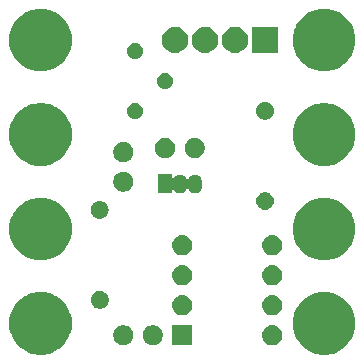
<source format=gts>
G04 #@! TF.GenerationSoftware,KiCad,Pcbnew,(5.1.4)-1*
G04 #@! TF.CreationDate,2019-11-21T21:08:13-06:00*
G04 #@! TF.ProjectId,SensorBoard,53656e73-6f72-4426-9f61-72642e6b6963,rev?*
G04 #@! TF.SameCoordinates,Original*
G04 #@! TF.FileFunction,Soldermask,Top*
G04 #@! TF.FilePolarity,Negative*
%FSLAX46Y46*%
G04 Gerber Fmt 4.6, Leading zero omitted, Abs format (unit mm)*
G04 Created by KiCad (PCBNEW (5.1.4)-1) date 2019-11-21 21:08:13*
%MOMM*%
%LPD*%
G04 APERTURE LIST*
%ADD10C,0.100000*%
G04 APERTURE END LIST*
D10*
G36*
X16773268Y-21450876D02*
G01*
X16943202Y-21521265D01*
X17255718Y-21650713D01*
X17284547Y-21669976D01*
X17689914Y-21940834D01*
X18059166Y-22310086D01*
X18159335Y-22460000D01*
X18349287Y-22744282D01*
X18428316Y-22935076D01*
X18526041Y-23171004D01*
X18549124Y-23226733D01*
X18651000Y-23738898D01*
X18651000Y-24261102D01*
X18635508Y-24338985D01*
X18549124Y-24773268D01*
X18524309Y-24833177D01*
X18349287Y-25255718D01*
X18349286Y-25255719D01*
X18059166Y-25689914D01*
X17689914Y-26059166D01*
X17471341Y-26205212D01*
X17255718Y-26349287D01*
X16973105Y-26466349D01*
X16773268Y-26549124D01*
X16517184Y-26600062D01*
X16261102Y-26651000D01*
X15738898Y-26651000D01*
X15482816Y-26600062D01*
X15226732Y-26549124D01*
X15026895Y-26466349D01*
X14744282Y-26349287D01*
X14528659Y-26205212D01*
X14310086Y-26059166D01*
X13940834Y-25689914D01*
X13650714Y-25255719D01*
X13650713Y-25255718D01*
X13475691Y-24833177D01*
X13450876Y-24773268D01*
X13364492Y-24338985D01*
X13349000Y-24261102D01*
X13349000Y-23738898D01*
X13450876Y-23226733D01*
X13473960Y-23171004D01*
X13571684Y-22935076D01*
X13650713Y-22744282D01*
X13840665Y-22460000D01*
X13940834Y-22310086D01*
X14310086Y-21940834D01*
X14715453Y-21669976D01*
X14744282Y-21650713D01*
X15056798Y-21521265D01*
X15226732Y-21450876D01*
X15738898Y-21349000D01*
X16261102Y-21349000D01*
X16773268Y-21450876D01*
X16773268Y-21450876D01*
G37*
G36*
X-7226732Y-21450876D02*
G01*
X-7056798Y-21521265D01*
X-6744282Y-21650713D01*
X-6715453Y-21669976D01*
X-6310086Y-21940834D01*
X-5940834Y-22310086D01*
X-5840665Y-22460000D01*
X-5650713Y-22744282D01*
X-5571684Y-22935076D01*
X-5473959Y-23171004D01*
X-5450876Y-23226733D01*
X-5349000Y-23738898D01*
X-5349000Y-24261102D01*
X-5364492Y-24338985D01*
X-5450876Y-24773268D01*
X-5475691Y-24833177D01*
X-5650713Y-25255718D01*
X-5650714Y-25255719D01*
X-5940834Y-25689914D01*
X-6310086Y-26059166D01*
X-6528659Y-26205212D01*
X-6744282Y-26349287D01*
X-7026895Y-26466349D01*
X-7226732Y-26549124D01*
X-7482816Y-26600062D01*
X-7738898Y-26651000D01*
X-8261102Y-26651000D01*
X-8517184Y-26600062D01*
X-8773268Y-26549124D01*
X-8973105Y-26466349D01*
X-9255718Y-26349287D01*
X-9471341Y-26205212D01*
X-9689914Y-26059166D01*
X-10059166Y-25689914D01*
X-10349286Y-25255719D01*
X-10349287Y-25255718D01*
X-10524309Y-24833177D01*
X-10549124Y-24773268D01*
X-10635508Y-24338985D01*
X-10651000Y-24261102D01*
X-10651000Y-23738898D01*
X-10549124Y-23226733D01*
X-10526040Y-23171004D01*
X-10428316Y-22935076D01*
X-10349287Y-22744282D01*
X-10159335Y-22460000D01*
X-10059166Y-22310086D01*
X-9689914Y-21940834D01*
X-9284547Y-21669976D01*
X-9255718Y-21650713D01*
X-8943202Y-21521265D01*
X-8773268Y-21450876D01*
X-8261102Y-21349000D01*
X-7738898Y-21349000D01*
X-7226732Y-21450876D01*
X-7226732Y-21450876D01*
G37*
G36*
X11786823Y-24161313D02*
G01*
X11947242Y-24209976D01*
X12014361Y-24245852D01*
X12095078Y-24288996D01*
X12224659Y-24395341D01*
X12331004Y-24524922D01*
X12331005Y-24524924D01*
X12410024Y-24672758D01*
X12458687Y-24833177D01*
X12475117Y-25000000D01*
X12458687Y-25166823D01*
X12410024Y-25327242D01*
X12369477Y-25403100D01*
X12331004Y-25475078D01*
X12224659Y-25604659D01*
X12095078Y-25711004D01*
X12095076Y-25711005D01*
X11947242Y-25790024D01*
X11786823Y-25838687D01*
X11661804Y-25851000D01*
X11578196Y-25851000D01*
X11453177Y-25838687D01*
X11292758Y-25790024D01*
X11144924Y-25711005D01*
X11144922Y-25711004D01*
X11015341Y-25604659D01*
X10908996Y-25475078D01*
X10870523Y-25403100D01*
X10829976Y-25327242D01*
X10781313Y-25166823D01*
X10764883Y-25000000D01*
X10781313Y-24833177D01*
X10829976Y-24672758D01*
X10908995Y-24524924D01*
X10908996Y-24524922D01*
X11015341Y-24395341D01*
X11144922Y-24288996D01*
X11225639Y-24245852D01*
X11292758Y-24209976D01*
X11453177Y-24161313D01*
X11578196Y-24149000D01*
X11661804Y-24149000D01*
X11786823Y-24161313D01*
X11786823Y-24161313D01*
G37*
G36*
X4851000Y-25851000D02*
G01*
X3149000Y-25851000D01*
X3149000Y-24149000D01*
X4851000Y-24149000D01*
X4851000Y-25851000D01*
X4851000Y-25851000D01*
G37*
G36*
X1748228Y-24181703D02*
G01*
X1903100Y-24245853D01*
X2042481Y-24338985D01*
X2161015Y-24457519D01*
X2254147Y-24596900D01*
X2318297Y-24751772D01*
X2351000Y-24916184D01*
X2351000Y-25083816D01*
X2318297Y-25248228D01*
X2254147Y-25403100D01*
X2161015Y-25542481D01*
X2042481Y-25661015D01*
X1903100Y-25754147D01*
X1748228Y-25818297D01*
X1583816Y-25851000D01*
X1416184Y-25851000D01*
X1251772Y-25818297D01*
X1096900Y-25754147D01*
X957519Y-25661015D01*
X838985Y-25542481D01*
X745853Y-25403100D01*
X681703Y-25248228D01*
X649000Y-25083816D01*
X649000Y-24916184D01*
X681703Y-24751772D01*
X745853Y-24596900D01*
X838985Y-24457519D01*
X957519Y-24338985D01*
X1096900Y-24245853D01*
X1251772Y-24181703D01*
X1416184Y-24149000D01*
X1583816Y-24149000D01*
X1748228Y-24181703D01*
X1748228Y-24181703D01*
G37*
G36*
X-751772Y-24181703D02*
G01*
X-596900Y-24245853D01*
X-457519Y-24338985D01*
X-338985Y-24457519D01*
X-245853Y-24596900D01*
X-181703Y-24751772D01*
X-149000Y-24916184D01*
X-149000Y-25083816D01*
X-181703Y-25248228D01*
X-245853Y-25403100D01*
X-338985Y-25542481D01*
X-457519Y-25661015D01*
X-596900Y-25754147D01*
X-751772Y-25818297D01*
X-916184Y-25851000D01*
X-1083816Y-25851000D01*
X-1248228Y-25818297D01*
X-1403100Y-25754147D01*
X-1542481Y-25661015D01*
X-1661015Y-25542481D01*
X-1754147Y-25403100D01*
X-1818297Y-25248228D01*
X-1851000Y-25083816D01*
X-1851000Y-24916184D01*
X-1818297Y-24751772D01*
X-1754147Y-24596900D01*
X-1661015Y-24457519D01*
X-1542481Y-24338985D01*
X-1403100Y-24245853D01*
X-1248228Y-24181703D01*
X-1083816Y-24149000D01*
X-916184Y-24149000D01*
X-751772Y-24181703D01*
X-751772Y-24181703D01*
G37*
G36*
X11786823Y-21621313D02*
G01*
X11947242Y-21669976D01*
X12079906Y-21740886D01*
X12095078Y-21748996D01*
X12224659Y-21855341D01*
X12331004Y-21984922D01*
X12331005Y-21984924D01*
X12410024Y-22132758D01*
X12458687Y-22293177D01*
X12475117Y-22460000D01*
X12458687Y-22626823D01*
X12410024Y-22787242D01*
X12339114Y-22919906D01*
X12331004Y-22935078D01*
X12224659Y-23064659D01*
X12095078Y-23171004D01*
X12095076Y-23171005D01*
X11947242Y-23250024D01*
X11786823Y-23298687D01*
X11661804Y-23311000D01*
X11578196Y-23311000D01*
X11453177Y-23298687D01*
X11292758Y-23250024D01*
X11144924Y-23171005D01*
X11144922Y-23171004D01*
X11015341Y-23064659D01*
X10908996Y-22935078D01*
X10900886Y-22919906D01*
X10829976Y-22787242D01*
X10781313Y-22626823D01*
X10764883Y-22460000D01*
X10781313Y-22293177D01*
X10829976Y-22132758D01*
X10908995Y-21984924D01*
X10908996Y-21984922D01*
X11015341Y-21855341D01*
X11144922Y-21748996D01*
X11160094Y-21740886D01*
X11292758Y-21669976D01*
X11453177Y-21621313D01*
X11578196Y-21609000D01*
X11661804Y-21609000D01*
X11786823Y-21621313D01*
X11786823Y-21621313D01*
G37*
G36*
X4166823Y-21621313D02*
G01*
X4327242Y-21669976D01*
X4459906Y-21740886D01*
X4475078Y-21748996D01*
X4604659Y-21855341D01*
X4711004Y-21984922D01*
X4711005Y-21984924D01*
X4790024Y-22132758D01*
X4838687Y-22293177D01*
X4855117Y-22460000D01*
X4838687Y-22626823D01*
X4790024Y-22787242D01*
X4719114Y-22919906D01*
X4711004Y-22935078D01*
X4604659Y-23064659D01*
X4475078Y-23171004D01*
X4475076Y-23171005D01*
X4327242Y-23250024D01*
X4166823Y-23298687D01*
X4041804Y-23311000D01*
X3958196Y-23311000D01*
X3833177Y-23298687D01*
X3672758Y-23250024D01*
X3524924Y-23171005D01*
X3524922Y-23171004D01*
X3395341Y-23064659D01*
X3288996Y-22935078D01*
X3280886Y-22919906D01*
X3209976Y-22787242D01*
X3161313Y-22626823D01*
X3144883Y-22460000D01*
X3161313Y-22293177D01*
X3209976Y-22132758D01*
X3288995Y-21984924D01*
X3288996Y-21984922D01*
X3395341Y-21855341D01*
X3524922Y-21748996D01*
X3540094Y-21740886D01*
X3672758Y-21669976D01*
X3833177Y-21621313D01*
X3958196Y-21609000D01*
X4041804Y-21609000D01*
X4166823Y-21621313D01*
X4166823Y-21621313D01*
G37*
G36*
X-2780941Y-21277860D02*
G01*
X-2644268Y-21334472D01*
X-2521265Y-21416660D01*
X-2416660Y-21521265D01*
X-2334472Y-21644268D01*
X-2334471Y-21644270D01*
X-2277860Y-21780941D01*
X-2249000Y-21926032D01*
X-2249000Y-22073968D01*
X-2277860Y-22219059D01*
X-2315565Y-22310088D01*
X-2334472Y-22355732D01*
X-2416660Y-22478735D01*
X-2521265Y-22583340D01*
X-2644268Y-22665528D01*
X-2644269Y-22665529D01*
X-2644270Y-22665529D01*
X-2780941Y-22722140D01*
X-2926032Y-22751000D01*
X-3073968Y-22751000D01*
X-3219059Y-22722140D01*
X-3355730Y-22665529D01*
X-3355731Y-22665529D01*
X-3355732Y-22665528D01*
X-3478735Y-22583340D01*
X-3583340Y-22478735D01*
X-3665528Y-22355732D01*
X-3684434Y-22310088D01*
X-3722140Y-22219059D01*
X-3751000Y-22073968D01*
X-3751000Y-21926032D01*
X-3722140Y-21780941D01*
X-3665529Y-21644270D01*
X-3665528Y-21644268D01*
X-3583340Y-21521265D01*
X-3478735Y-21416660D01*
X-3355732Y-21334472D01*
X-3219059Y-21277860D01*
X-3073968Y-21249000D01*
X-2926032Y-21249000D01*
X-2780941Y-21277860D01*
X-2780941Y-21277860D01*
G37*
G36*
X4166823Y-19081313D02*
G01*
X4327242Y-19129976D01*
X4459906Y-19200886D01*
X4475078Y-19208996D01*
X4604659Y-19315341D01*
X4711004Y-19444922D01*
X4711005Y-19444924D01*
X4790024Y-19592758D01*
X4838687Y-19753177D01*
X4855117Y-19920000D01*
X4838687Y-20086823D01*
X4790024Y-20247242D01*
X4719114Y-20379906D01*
X4711004Y-20395078D01*
X4604659Y-20524659D01*
X4475078Y-20631004D01*
X4475076Y-20631005D01*
X4327242Y-20710024D01*
X4166823Y-20758687D01*
X4041804Y-20771000D01*
X3958196Y-20771000D01*
X3833177Y-20758687D01*
X3672758Y-20710024D01*
X3524924Y-20631005D01*
X3524922Y-20631004D01*
X3395341Y-20524659D01*
X3288996Y-20395078D01*
X3280886Y-20379906D01*
X3209976Y-20247242D01*
X3161313Y-20086823D01*
X3144883Y-19920000D01*
X3161313Y-19753177D01*
X3209976Y-19592758D01*
X3288995Y-19444924D01*
X3288996Y-19444922D01*
X3395341Y-19315341D01*
X3524922Y-19208996D01*
X3540094Y-19200886D01*
X3672758Y-19129976D01*
X3833177Y-19081313D01*
X3958196Y-19069000D01*
X4041804Y-19069000D01*
X4166823Y-19081313D01*
X4166823Y-19081313D01*
G37*
G36*
X11786823Y-19081313D02*
G01*
X11947242Y-19129976D01*
X12079906Y-19200886D01*
X12095078Y-19208996D01*
X12224659Y-19315341D01*
X12331004Y-19444922D01*
X12331005Y-19444924D01*
X12410024Y-19592758D01*
X12458687Y-19753177D01*
X12475117Y-19920000D01*
X12458687Y-20086823D01*
X12410024Y-20247242D01*
X12339114Y-20379906D01*
X12331004Y-20395078D01*
X12224659Y-20524659D01*
X12095078Y-20631004D01*
X12095076Y-20631005D01*
X11947242Y-20710024D01*
X11786823Y-20758687D01*
X11661804Y-20771000D01*
X11578196Y-20771000D01*
X11453177Y-20758687D01*
X11292758Y-20710024D01*
X11144924Y-20631005D01*
X11144922Y-20631004D01*
X11015341Y-20524659D01*
X10908996Y-20395078D01*
X10900886Y-20379906D01*
X10829976Y-20247242D01*
X10781313Y-20086823D01*
X10764883Y-19920000D01*
X10781313Y-19753177D01*
X10829976Y-19592758D01*
X10908995Y-19444924D01*
X10908996Y-19444922D01*
X11015341Y-19315341D01*
X11144922Y-19208996D01*
X11160094Y-19200886D01*
X11292758Y-19129976D01*
X11453177Y-19081313D01*
X11578196Y-19069000D01*
X11661804Y-19069000D01*
X11786823Y-19081313D01*
X11786823Y-19081313D01*
G37*
G36*
X-7226732Y-13450876D02*
G01*
X-7026895Y-13533651D01*
X-6744282Y-13650713D01*
X-6528659Y-13794788D01*
X-6310086Y-13940834D01*
X-5940834Y-14310086D01*
X-5907394Y-14360133D01*
X-5650713Y-14744282D01*
X-5627945Y-14799250D01*
X-5512818Y-15077190D01*
X-5450876Y-15226733D01*
X-5349000Y-15738898D01*
X-5349000Y-16261102D01*
X-5450876Y-16773267D01*
X-5650713Y-17255718D01*
X-5650714Y-17255719D01*
X-5940834Y-17689914D01*
X-6310086Y-18059166D01*
X-6475997Y-18170024D01*
X-6744282Y-18349287D01*
X-7026895Y-18466349D01*
X-7226732Y-18549124D01*
X-7738898Y-18651000D01*
X-8261102Y-18651000D01*
X-8773268Y-18549124D01*
X-8973105Y-18466349D01*
X-9255718Y-18349287D01*
X-9524003Y-18170024D01*
X-9689914Y-18059166D01*
X-10059166Y-17689914D01*
X-10349286Y-17255719D01*
X-10349287Y-17255718D01*
X-10549124Y-16773267D01*
X-10651000Y-16261102D01*
X-10651000Y-15738898D01*
X-10549124Y-15226733D01*
X-10487181Y-15077190D01*
X-10372055Y-14799250D01*
X-10349287Y-14744282D01*
X-10092606Y-14360133D01*
X-10059166Y-14310086D01*
X-9689914Y-13940834D01*
X-9471341Y-13794788D01*
X-9255718Y-13650713D01*
X-8973105Y-13533651D01*
X-8773268Y-13450876D01*
X-8261102Y-13349000D01*
X-7738898Y-13349000D01*
X-7226732Y-13450876D01*
X-7226732Y-13450876D01*
G37*
G36*
X16773268Y-13450876D02*
G01*
X16973105Y-13533651D01*
X17255718Y-13650713D01*
X17471341Y-13794788D01*
X17689914Y-13940834D01*
X18059166Y-14310086D01*
X18092606Y-14360133D01*
X18349287Y-14744282D01*
X18372055Y-14799250D01*
X18487182Y-15077190D01*
X18549124Y-15226733D01*
X18651000Y-15738898D01*
X18651000Y-16261102D01*
X18549124Y-16773267D01*
X18349287Y-17255718D01*
X18349286Y-17255719D01*
X18059166Y-17689914D01*
X17689914Y-18059166D01*
X17524003Y-18170024D01*
X17255718Y-18349287D01*
X16973105Y-18466349D01*
X16773268Y-18549124D01*
X16261102Y-18651000D01*
X15738898Y-18651000D01*
X15226732Y-18549124D01*
X15026895Y-18466349D01*
X14744282Y-18349287D01*
X14475997Y-18170024D01*
X14310086Y-18059166D01*
X13940834Y-17689914D01*
X13650714Y-17255719D01*
X13650713Y-17255718D01*
X13450876Y-16773267D01*
X13349000Y-16261102D01*
X13349000Y-15738898D01*
X13450876Y-15226733D01*
X13512819Y-15077190D01*
X13627945Y-14799250D01*
X13650713Y-14744282D01*
X13907394Y-14360133D01*
X13940834Y-14310086D01*
X14310086Y-13940834D01*
X14528659Y-13794788D01*
X14744282Y-13650713D01*
X15026895Y-13533651D01*
X15226732Y-13450876D01*
X15738898Y-13349000D01*
X16261102Y-13349000D01*
X16773268Y-13450876D01*
X16773268Y-13450876D01*
G37*
G36*
X11786823Y-16541313D02*
G01*
X11947242Y-16589976D01*
X12079906Y-16660886D01*
X12095078Y-16668996D01*
X12224659Y-16775341D01*
X12331004Y-16904922D01*
X12331005Y-16904924D01*
X12410024Y-17052758D01*
X12458687Y-17213177D01*
X12475117Y-17380000D01*
X12458687Y-17546823D01*
X12410024Y-17707242D01*
X12339114Y-17839906D01*
X12331004Y-17855078D01*
X12224659Y-17984659D01*
X12095078Y-18091004D01*
X12095076Y-18091005D01*
X11947242Y-18170024D01*
X11786823Y-18218687D01*
X11661804Y-18231000D01*
X11578196Y-18231000D01*
X11453177Y-18218687D01*
X11292758Y-18170024D01*
X11144924Y-18091005D01*
X11144922Y-18091004D01*
X11015341Y-17984659D01*
X10908996Y-17855078D01*
X10900886Y-17839906D01*
X10829976Y-17707242D01*
X10781313Y-17546823D01*
X10764883Y-17380000D01*
X10781313Y-17213177D01*
X10829976Y-17052758D01*
X10908995Y-16904924D01*
X10908996Y-16904922D01*
X11015341Y-16775341D01*
X11144922Y-16668996D01*
X11160094Y-16660886D01*
X11292758Y-16589976D01*
X11453177Y-16541313D01*
X11578196Y-16529000D01*
X11661804Y-16529000D01*
X11786823Y-16541313D01*
X11786823Y-16541313D01*
G37*
G36*
X4166823Y-16541313D02*
G01*
X4327242Y-16589976D01*
X4459906Y-16660886D01*
X4475078Y-16668996D01*
X4604659Y-16775341D01*
X4711004Y-16904922D01*
X4711005Y-16904924D01*
X4790024Y-17052758D01*
X4838687Y-17213177D01*
X4855117Y-17380000D01*
X4838687Y-17546823D01*
X4790024Y-17707242D01*
X4719114Y-17839906D01*
X4711004Y-17855078D01*
X4604659Y-17984659D01*
X4475078Y-18091004D01*
X4475076Y-18091005D01*
X4327242Y-18170024D01*
X4166823Y-18218687D01*
X4041804Y-18231000D01*
X3958196Y-18231000D01*
X3833177Y-18218687D01*
X3672758Y-18170024D01*
X3524924Y-18091005D01*
X3524922Y-18091004D01*
X3395341Y-17984659D01*
X3288996Y-17855078D01*
X3280886Y-17839906D01*
X3209976Y-17707242D01*
X3161313Y-17546823D01*
X3144883Y-17380000D01*
X3161313Y-17213177D01*
X3209976Y-17052758D01*
X3288995Y-16904924D01*
X3288996Y-16904922D01*
X3395341Y-16775341D01*
X3524922Y-16668996D01*
X3540094Y-16660886D01*
X3672758Y-16589976D01*
X3833177Y-16541313D01*
X3958196Y-16529000D01*
X4041804Y-16529000D01*
X4166823Y-16541313D01*
X4166823Y-16541313D01*
G37*
G36*
X-2926335Y-13632622D02*
G01*
X-2852778Y-13639867D01*
X-2711214Y-13682810D01*
X-2580748Y-13752546D01*
X-2550960Y-13776992D01*
X-2466393Y-13846393D01*
X-2396992Y-13930960D01*
X-2372546Y-13960748D01*
X-2302810Y-14091214D01*
X-2259867Y-14232778D01*
X-2245367Y-14380000D01*
X-2259867Y-14527222D01*
X-2302810Y-14668786D01*
X-2372546Y-14799252D01*
X-2396992Y-14829040D01*
X-2466393Y-14913607D01*
X-2550960Y-14983008D01*
X-2580748Y-15007454D01*
X-2711214Y-15077190D01*
X-2852778Y-15120133D01*
X-2926335Y-15127378D01*
X-2963112Y-15131000D01*
X-3036888Y-15131000D01*
X-3073665Y-15127378D01*
X-3147222Y-15120133D01*
X-3288786Y-15077190D01*
X-3419252Y-15007454D01*
X-3449040Y-14983008D01*
X-3533607Y-14913607D01*
X-3603008Y-14829040D01*
X-3627454Y-14799252D01*
X-3697190Y-14668786D01*
X-3740133Y-14527222D01*
X-3754633Y-14380000D01*
X-3740133Y-14232778D01*
X-3697190Y-14091214D01*
X-3627454Y-13960748D01*
X-3603008Y-13930960D01*
X-3533607Y-13846393D01*
X-3449040Y-13776992D01*
X-3419252Y-13752546D01*
X-3288786Y-13682810D01*
X-3147222Y-13639867D01*
X-3073665Y-13632622D01*
X-3036888Y-13629000D01*
X-2963112Y-13629000D01*
X-2926335Y-13632622D01*
X-2926335Y-13632622D01*
G37*
G36*
X11073665Y-12872622D02*
G01*
X11147222Y-12879867D01*
X11288786Y-12922810D01*
X11419252Y-12992546D01*
X11449040Y-13016992D01*
X11533607Y-13086393D01*
X11603008Y-13170960D01*
X11627454Y-13200748D01*
X11697190Y-13331214D01*
X11740133Y-13472778D01*
X11754633Y-13620000D01*
X11740133Y-13767222D01*
X11697190Y-13908786D01*
X11627454Y-14039252D01*
X11603008Y-14069040D01*
X11533607Y-14153607D01*
X11449040Y-14223008D01*
X11419252Y-14247454D01*
X11288786Y-14317190D01*
X11147222Y-14360133D01*
X11073665Y-14367378D01*
X11036888Y-14371000D01*
X10963112Y-14371000D01*
X10926335Y-14367378D01*
X10852778Y-14360133D01*
X10711214Y-14317190D01*
X10580748Y-14247454D01*
X10550960Y-14223008D01*
X10466393Y-14153607D01*
X10396992Y-14069040D01*
X10372546Y-14039252D01*
X10302810Y-13908786D01*
X10259867Y-13767222D01*
X10245367Y-13620000D01*
X10259867Y-13472778D01*
X10302810Y-13331214D01*
X10372546Y-13200748D01*
X10396992Y-13170960D01*
X10466393Y-13086393D01*
X10550960Y-13016992D01*
X10580748Y-12992546D01*
X10711214Y-12922810D01*
X10852778Y-12879867D01*
X10926335Y-12872622D01*
X10963112Y-12869000D01*
X11036888Y-12869000D01*
X11073665Y-12872622D01*
X11073665Y-12872622D01*
G37*
G36*
X5192915Y-11399334D02*
G01*
X5301491Y-11432271D01*
X5301494Y-11432272D01*
X5337600Y-11451571D01*
X5401556Y-11485756D01*
X5489264Y-11557736D01*
X5561244Y-11645443D01*
X5595429Y-11709399D01*
X5614728Y-11745505D01*
X5614729Y-11745508D01*
X5647666Y-11854084D01*
X5656000Y-11938702D01*
X5656000Y-12445297D01*
X5647666Y-12529916D01*
X5615252Y-12636767D01*
X5614728Y-12638495D01*
X5595429Y-12674601D01*
X5561244Y-12738557D01*
X5489264Y-12826264D01*
X5401557Y-12898244D01*
X5337601Y-12932429D01*
X5301495Y-12951728D01*
X5301492Y-12951729D01*
X5192916Y-12984666D01*
X5080000Y-12995787D01*
X4967085Y-12984666D01*
X4858509Y-12951729D01*
X4858506Y-12951728D01*
X4822400Y-12932429D01*
X4758444Y-12898244D01*
X4670737Y-12826264D01*
X4598757Y-12738557D01*
X4555239Y-12657141D01*
X4541625Y-12636766D01*
X4524298Y-12619439D01*
X4503924Y-12605826D01*
X4481285Y-12596448D01*
X4457252Y-12591668D01*
X4432748Y-12591668D01*
X4408715Y-12596448D01*
X4386076Y-12605826D01*
X4365701Y-12619440D01*
X4348374Y-12636767D01*
X4334761Y-12657141D01*
X4291244Y-12738557D01*
X4219264Y-12826264D01*
X4131557Y-12898244D01*
X4067601Y-12932429D01*
X4031495Y-12951728D01*
X4031492Y-12951729D01*
X3922916Y-12984666D01*
X3810000Y-12995787D01*
X3697085Y-12984666D01*
X3588509Y-12951729D01*
X3588506Y-12951728D01*
X3552400Y-12932429D01*
X3488444Y-12898244D01*
X3400737Y-12826264D01*
X3337622Y-12749359D01*
X3320297Y-12732034D01*
X3299923Y-12718420D01*
X3277284Y-12709043D01*
X3253250Y-12704263D01*
X3228746Y-12704263D01*
X3204713Y-12709044D01*
X3182074Y-12718421D01*
X3161700Y-12732035D01*
X3144373Y-12749362D01*
X3130759Y-12769736D01*
X3121382Y-12792375D01*
X3116000Y-12828660D01*
X3116000Y-12993000D01*
X1964000Y-12993000D01*
X1964000Y-11391000D01*
X3116000Y-11391000D01*
X3116000Y-11555341D01*
X3118402Y-11579727D01*
X3125515Y-11603176D01*
X3137066Y-11624787D01*
X3152611Y-11643729D01*
X3171553Y-11659274D01*
X3193164Y-11670825D01*
X3216613Y-11677938D01*
X3240999Y-11680340D01*
X3265385Y-11677938D01*
X3288834Y-11670825D01*
X3310445Y-11659274D01*
X3329387Y-11643729D01*
X3337608Y-11634657D01*
X3400736Y-11557736D01*
X3488443Y-11485756D01*
X3552399Y-11451571D01*
X3588505Y-11432272D01*
X3588508Y-11432271D01*
X3697084Y-11399334D01*
X3810000Y-11388213D01*
X3922915Y-11399334D01*
X4031491Y-11432271D01*
X4031494Y-11432272D01*
X4067600Y-11451571D01*
X4131556Y-11485756D01*
X4219264Y-11557736D01*
X4291244Y-11645443D01*
X4334761Y-11726859D01*
X4348375Y-11747234D01*
X4365702Y-11764561D01*
X4386076Y-11778174D01*
X4408715Y-11787552D01*
X4432748Y-11792332D01*
X4457252Y-11792332D01*
X4481285Y-11787552D01*
X4503924Y-11778174D01*
X4524299Y-11764560D01*
X4541626Y-11747233D01*
X4555239Y-11726860D01*
X4598756Y-11645444D01*
X4670736Y-11557736D01*
X4758443Y-11485756D01*
X4822399Y-11451571D01*
X4858505Y-11432272D01*
X4858508Y-11432271D01*
X4967084Y-11399334D01*
X5080000Y-11388213D01*
X5192915Y-11399334D01*
X5192915Y-11399334D01*
G37*
G36*
X-751772Y-11181703D02*
G01*
X-596900Y-11245853D01*
X-457519Y-11338985D01*
X-338985Y-11457519D01*
X-245853Y-11596900D01*
X-181703Y-11751772D01*
X-149000Y-11916184D01*
X-149000Y-12083816D01*
X-181703Y-12248228D01*
X-245853Y-12403100D01*
X-338985Y-12542481D01*
X-457519Y-12661015D01*
X-596900Y-12754147D01*
X-751772Y-12818297D01*
X-916184Y-12851000D01*
X-1083816Y-12851000D01*
X-1248228Y-12818297D01*
X-1403100Y-12754147D01*
X-1542481Y-12661015D01*
X-1661015Y-12542481D01*
X-1754147Y-12403100D01*
X-1818297Y-12248228D01*
X-1851000Y-12083816D01*
X-1851000Y-11916184D01*
X-1818297Y-11751772D01*
X-1754147Y-11596900D01*
X-1661015Y-11457519D01*
X-1542481Y-11338985D01*
X-1403100Y-11245853D01*
X-1248228Y-11181703D01*
X-1083816Y-11149000D01*
X-916184Y-11149000D01*
X-751772Y-11181703D01*
X-751772Y-11181703D01*
G37*
G36*
X16499926Y-5396505D02*
G01*
X16773268Y-5450876D01*
X16943202Y-5521265D01*
X17255718Y-5650713D01*
X17295698Y-5677427D01*
X17689914Y-5940834D01*
X18059166Y-6310086D01*
X18171852Y-6478733D01*
X18349287Y-6744282D01*
X18466349Y-7026895D01*
X18549124Y-7226732D01*
X18651000Y-7738899D01*
X18651000Y-8261101D01*
X18549124Y-8773268D01*
X18498381Y-8895772D01*
X18349287Y-9255718D01*
X18349286Y-9255719D01*
X18059166Y-9689914D01*
X17689914Y-10059166D01*
X17537486Y-10161015D01*
X17255718Y-10349287D01*
X16973105Y-10466349D01*
X16773268Y-10549124D01*
X16261102Y-10651000D01*
X15738898Y-10651000D01*
X15226732Y-10549124D01*
X15026895Y-10466349D01*
X14744282Y-10349287D01*
X14462514Y-10161015D01*
X14310086Y-10059166D01*
X13940834Y-9689914D01*
X13650714Y-9255719D01*
X13650713Y-9255718D01*
X13501619Y-8895772D01*
X13450876Y-8773268D01*
X13349000Y-8261101D01*
X13349000Y-7738899D01*
X13450876Y-7226732D01*
X13533651Y-7026895D01*
X13650713Y-6744282D01*
X13828148Y-6478733D01*
X13940834Y-6310086D01*
X14310086Y-5940834D01*
X14704302Y-5677427D01*
X14744282Y-5650713D01*
X15056798Y-5521265D01*
X15226732Y-5450876D01*
X15500074Y-5396505D01*
X15738898Y-5349000D01*
X16261102Y-5349000D01*
X16499926Y-5396505D01*
X16499926Y-5396505D01*
G37*
G36*
X-7500074Y-5396505D02*
G01*
X-7226732Y-5450876D01*
X-7056798Y-5521265D01*
X-6744282Y-5650713D01*
X-6704302Y-5677427D01*
X-6310086Y-5940834D01*
X-5940834Y-6310086D01*
X-5828148Y-6478733D01*
X-5650713Y-6744282D01*
X-5533651Y-7026895D01*
X-5450876Y-7226732D01*
X-5349000Y-7738899D01*
X-5349000Y-8261101D01*
X-5450876Y-8773268D01*
X-5501619Y-8895772D01*
X-5650713Y-9255718D01*
X-5650714Y-9255719D01*
X-5940834Y-9689914D01*
X-6310086Y-10059166D01*
X-6462514Y-10161015D01*
X-6744282Y-10349287D01*
X-7026895Y-10466349D01*
X-7226732Y-10549124D01*
X-7738898Y-10651000D01*
X-8261102Y-10651000D01*
X-8773268Y-10549124D01*
X-8973105Y-10466349D01*
X-9255718Y-10349287D01*
X-9537486Y-10161015D01*
X-9689914Y-10059166D01*
X-10059166Y-9689914D01*
X-10349286Y-9255719D01*
X-10349287Y-9255718D01*
X-10498381Y-8895772D01*
X-10549124Y-8773268D01*
X-10651000Y-8261101D01*
X-10651000Y-7738899D01*
X-10549124Y-7226732D01*
X-10466349Y-7026895D01*
X-10349287Y-6744282D01*
X-10171852Y-6478733D01*
X-10059166Y-6310086D01*
X-9689914Y-5940834D01*
X-9295698Y-5677427D01*
X-9255718Y-5650713D01*
X-8943202Y-5521265D01*
X-8773268Y-5450876D01*
X-8499926Y-5396505D01*
X-8261102Y-5349000D01*
X-7738898Y-5349000D01*
X-7500074Y-5396505D01*
X-7500074Y-5396505D01*
G37*
G36*
X-751772Y-8681703D02*
G01*
X-596900Y-8745853D01*
X-457519Y-8838985D01*
X-338985Y-8957519D01*
X-245853Y-9096900D01*
X-181703Y-9251772D01*
X-149000Y-9416184D01*
X-149000Y-9583816D01*
X-181703Y-9748228D01*
X-245853Y-9903100D01*
X-338985Y-10042481D01*
X-457519Y-10161015D01*
X-596900Y-10254147D01*
X-751772Y-10318297D01*
X-916184Y-10351000D01*
X-1083816Y-10351000D01*
X-1248228Y-10318297D01*
X-1403100Y-10254147D01*
X-1542481Y-10161015D01*
X-1661015Y-10042481D01*
X-1754147Y-9903100D01*
X-1818297Y-9748228D01*
X-1851000Y-9583816D01*
X-1851000Y-9416184D01*
X-1818297Y-9251772D01*
X-1754147Y-9096900D01*
X-1661015Y-8957519D01*
X-1542481Y-8838985D01*
X-1403100Y-8745853D01*
X-1248228Y-8681703D01*
X-1083816Y-8649000D01*
X-916184Y-8649000D01*
X-751772Y-8681703D01*
X-751772Y-8681703D01*
G37*
G36*
X2788228Y-8325703D02*
G01*
X2943100Y-8389853D01*
X3082481Y-8482985D01*
X3201015Y-8601519D01*
X3294147Y-8740900D01*
X3358297Y-8895772D01*
X3391000Y-9060184D01*
X3391000Y-9227816D01*
X3358297Y-9392228D01*
X3294147Y-9547100D01*
X3201015Y-9686481D01*
X3082481Y-9805015D01*
X2943100Y-9898147D01*
X2788228Y-9962297D01*
X2623816Y-9995000D01*
X2456184Y-9995000D01*
X2291772Y-9962297D01*
X2136900Y-9898147D01*
X1997519Y-9805015D01*
X1878985Y-9686481D01*
X1785853Y-9547100D01*
X1721703Y-9392228D01*
X1689000Y-9227816D01*
X1689000Y-9060184D01*
X1721703Y-8895772D01*
X1785853Y-8740900D01*
X1878985Y-8601519D01*
X1997519Y-8482985D01*
X2136900Y-8389853D01*
X2291772Y-8325703D01*
X2456184Y-8293000D01*
X2623816Y-8293000D01*
X2788228Y-8325703D01*
X2788228Y-8325703D01*
G37*
G36*
X5288228Y-8325703D02*
G01*
X5443100Y-8389853D01*
X5582481Y-8482985D01*
X5701015Y-8601519D01*
X5794147Y-8740900D01*
X5858297Y-8895772D01*
X5891000Y-9060184D01*
X5891000Y-9227816D01*
X5858297Y-9392228D01*
X5794147Y-9547100D01*
X5701015Y-9686481D01*
X5582481Y-9805015D01*
X5443100Y-9898147D01*
X5288228Y-9962297D01*
X5123816Y-9995000D01*
X4956184Y-9995000D01*
X4791772Y-9962297D01*
X4636900Y-9898147D01*
X4497519Y-9805015D01*
X4378985Y-9686481D01*
X4285853Y-9547100D01*
X4221703Y-9392228D01*
X4189000Y-9227816D01*
X4189000Y-9060184D01*
X4221703Y-8895772D01*
X4285853Y-8740900D01*
X4378985Y-8601519D01*
X4497519Y-8482985D01*
X4636900Y-8389853D01*
X4791772Y-8325703D01*
X4956184Y-8293000D01*
X5123816Y-8293000D01*
X5288228Y-8325703D01*
X5288228Y-8325703D01*
G37*
G36*
X11219059Y-5277860D02*
G01*
X11318380Y-5319000D01*
X11355732Y-5334472D01*
X11478735Y-5416660D01*
X11583340Y-5521265D01*
X11583341Y-5521267D01*
X11665529Y-5644270D01*
X11722140Y-5780941D01*
X11751000Y-5926032D01*
X11751000Y-6073968D01*
X11722140Y-6219059D01*
X11684435Y-6310088D01*
X11665528Y-6355732D01*
X11583340Y-6478735D01*
X11478735Y-6583340D01*
X11355732Y-6665528D01*
X11355731Y-6665529D01*
X11355730Y-6665529D01*
X11219059Y-6722140D01*
X11073968Y-6751000D01*
X10926032Y-6751000D01*
X10780941Y-6722140D01*
X10644270Y-6665529D01*
X10644269Y-6665529D01*
X10644268Y-6665528D01*
X10521265Y-6583340D01*
X10416660Y-6478735D01*
X10334472Y-6355732D01*
X10315566Y-6310088D01*
X10277860Y-6219059D01*
X10249000Y-6073968D01*
X10249000Y-5926032D01*
X10277860Y-5780941D01*
X10334471Y-5644270D01*
X10416659Y-5521267D01*
X10416660Y-5521265D01*
X10521265Y-5416660D01*
X10644268Y-5334472D01*
X10681621Y-5319000D01*
X10780941Y-5277860D01*
X10926032Y-5249000D01*
X11073968Y-5249000D01*
X11219059Y-5277860D01*
X11219059Y-5277860D01*
G37*
G36*
X198639Y-5345170D02*
G01*
X322573Y-5396505D01*
X322574Y-5396506D01*
X434112Y-5471033D01*
X528967Y-5565888D01*
X528968Y-5565890D01*
X603495Y-5677427D01*
X654830Y-5801361D01*
X681000Y-5932926D01*
X681000Y-6067074D01*
X654830Y-6198639D01*
X603495Y-6322573D01*
X603494Y-6322574D01*
X528967Y-6434112D01*
X434112Y-6528967D01*
X377964Y-6566484D01*
X322573Y-6603495D01*
X198639Y-6654830D01*
X67074Y-6681000D01*
X-67074Y-6681000D01*
X-198639Y-6654830D01*
X-322573Y-6603495D01*
X-377964Y-6566484D01*
X-434112Y-6528967D01*
X-528967Y-6434112D01*
X-603494Y-6322574D01*
X-603495Y-6322573D01*
X-654830Y-6198639D01*
X-681000Y-6067074D01*
X-681000Y-5932926D01*
X-654830Y-5801361D01*
X-603495Y-5677427D01*
X-528968Y-5565890D01*
X-528967Y-5565888D01*
X-434112Y-5471033D01*
X-322574Y-5396506D01*
X-322573Y-5396505D01*
X-198639Y-5345170D01*
X-67074Y-5319000D01*
X67074Y-5319000D01*
X198639Y-5345170D01*
X198639Y-5345170D01*
G37*
G36*
X2738639Y-2805170D02*
G01*
X2862573Y-2856505D01*
X2862574Y-2856506D01*
X2974112Y-2931033D01*
X3068967Y-3025888D01*
X3068968Y-3025890D01*
X3143495Y-3137427D01*
X3194830Y-3261361D01*
X3221000Y-3392926D01*
X3221000Y-3527074D01*
X3194830Y-3658639D01*
X3143495Y-3782573D01*
X3143494Y-3782574D01*
X3068967Y-3894112D01*
X2974112Y-3988967D01*
X2917964Y-4026484D01*
X2862573Y-4063495D01*
X2738639Y-4114830D01*
X2607074Y-4141000D01*
X2472926Y-4141000D01*
X2341361Y-4114830D01*
X2217427Y-4063495D01*
X2162036Y-4026484D01*
X2105888Y-3988967D01*
X2011033Y-3894112D01*
X1936506Y-3782574D01*
X1936505Y-3782573D01*
X1885170Y-3658639D01*
X1859000Y-3527074D01*
X1859000Y-3392926D01*
X1885170Y-3261361D01*
X1936505Y-3137427D01*
X2011032Y-3025890D01*
X2011033Y-3025888D01*
X2105888Y-2931033D01*
X2217426Y-2856506D01*
X2217427Y-2856505D01*
X2341361Y-2805170D01*
X2472926Y-2779000D01*
X2607074Y-2779000D01*
X2738639Y-2805170D01*
X2738639Y-2805170D01*
G37*
G36*
X-7226732Y2549124D02*
G01*
X-7026895Y2466349D01*
X-6744282Y2349287D01*
X-6744281Y2349286D01*
X-6310086Y2059166D01*
X-5940834Y1689914D01*
X-5940833Y1689912D01*
X-5650713Y1255718D01*
X-5586627Y1101000D01*
X-5484815Y855205D01*
X-5450876Y773267D01*
X-5349000Y261102D01*
X-5349000Y-261102D01*
X-5360021Y-316506D01*
X-5450876Y-773268D01*
X-5533651Y-973105D01*
X-5650713Y-1255718D01*
X-5650714Y-1255719D01*
X-5940834Y-1689914D01*
X-6310086Y-2059166D01*
X-6528659Y-2205212D01*
X-6744282Y-2349287D01*
X-7026895Y-2466349D01*
X-7226732Y-2549124D01*
X-7738898Y-2651000D01*
X-8261102Y-2651000D01*
X-8773268Y-2549124D01*
X-8973105Y-2466349D01*
X-9255718Y-2349287D01*
X-9471341Y-2205212D01*
X-9689914Y-2059166D01*
X-10059166Y-1689914D01*
X-10349286Y-1255719D01*
X-10349287Y-1255718D01*
X-10466349Y-973105D01*
X-10549124Y-773268D01*
X-10639979Y-316506D01*
X-10651000Y-261102D01*
X-10651000Y261102D01*
X-10549124Y773267D01*
X-10515184Y855205D01*
X-10413373Y1101000D01*
X-10349287Y1255718D01*
X-10059167Y1689912D01*
X-10059166Y1689914D01*
X-9689914Y2059166D01*
X-9255719Y2349286D01*
X-9255718Y2349287D01*
X-8973105Y2466349D01*
X-8773268Y2549124D01*
X-8261102Y2651000D01*
X-7738898Y2651000D01*
X-7226732Y2549124D01*
X-7226732Y2549124D01*
G37*
G36*
X16773268Y2549124D02*
G01*
X16973105Y2466349D01*
X17255718Y2349287D01*
X17255719Y2349286D01*
X17689914Y2059166D01*
X18059166Y1689914D01*
X18059167Y1689912D01*
X18349287Y1255718D01*
X18413373Y1101000D01*
X18515185Y855205D01*
X18549124Y773267D01*
X18651000Y261102D01*
X18651000Y-261102D01*
X18639979Y-316506D01*
X18549124Y-773268D01*
X18466349Y-973105D01*
X18349287Y-1255718D01*
X18349286Y-1255719D01*
X18059166Y-1689914D01*
X17689914Y-2059166D01*
X17471341Y-2205212D01*
X17255718Y-2349287D01*
X16973105Y-2466349D01*
X16773268Y-2549124D01*
X16261102Y-2651000D01*
X15738898Y-2651000D01*
X15226732Y-2549124D01*
X15026895Y-2466349D01*
X14744282Y-2349287D01*
X14528659Y-2205212D01*
X14310086Y-2059166D01*
X13940834Y-1689914D01*
X13650714Y-1255719D01*
X13650713Y-1255718D01*
X13533651Y-973105D01*
X13450876Y-773268D01*
X13360021Y-316506D01*
X13349000Y-261102D01*
X13349000Y261102D01*
X13450876Y773267D01*
X13484816Y855205D01*
X13586627Y1101000D01*
X13650713Y1255718D01*
X13940833Y1689912D01*
X13940834Y1689914D01*
X14310086Y2059166D01*
X14744281Y2349286D01*
X14744282Y2349287D01*
X15026895Y2466349D01*
X15226732Y2549124D01*
X15738898Y2651000D01*
X16261102Y2651000D01*
X16773268Y2549124D01*
X16773268Y2549124D01*
G37*
G36*
X198639Y-265170D02*
G01*
X322573Y-316505D01*
X377964Y-353516D01*
X434112Y-391033D01*
X528967Y-485888D01*
X528968Y-485890D01*
X603495Y-597427D01*
X654830Y-721361D01*
X681000Y-852926D01*
X681000Y-987074D01*
X654830Y-1118639D01*
X603495Y-1242573D01*
X594711Y-1255719D01*
X528967Y-1354112D01*
X434112Y-1448967D01*
X377964Y-1486484D01*
X322573Y-1523495D01*
X198639Y-1574830D01*
X67074Y-1601000D01*
X-67074Y-1601000D01*
X-198639Y-1574830D01*
X-322573Y-1523495D01*
X-377964Y-1486484D01*
X-434112Y-1448967D01*
X-528967Y-1354112D01*
X-594711Y-1255719D01*
X-603495Y-1242573D01*
X-654830Y-1118639D01*
X-681000Y-987074D01*
X-681000Y-852926D01*
X-654830Y-721361D01*
X-603495Y-597427D01*
X-528968Y-485890D01*
X-528967Y-485888D01*
X-434112Y-391033D01*
X-377964Y-353516D01*
X-322573Y-316505D01*
X-198639Y-265170D01*
X-67074Y-239000D01*
X67074Y-239000D01*
X198639Y-265170D01*
X198639Y-265170D01*
G37*
G36*
X12101000Y-1101000D02*
G01*
X9899000Y-1101000D01*
X9899000Y1101000D01*
X12101000Y1101000D01*
X12101000Y-1101000D01*
X12101000Y-1101000D01*
G37*
G36*
X8674794Y1079845D02*
G01*
X8781150Y1058689D01*
X8981520Y975693D01*
X9161844Y855205D01*
X9315205Y701844D01*
X9435693Y521520D01*
X9435693Y521519D01*
X9518689Y321150D01*
X9561000Y108439D01*
X9561000Y-108439D01*
X9530634Y-261101D01*
X9518689Y-321149D01*
X9435693Y-521520D01*
X9315205Y-701844D01*
X9161844Y-855205D01*
X8981520Y-975693D01*
X8781150Y-1058689D01*
X8674794Y-1079845D01*
X8568440Y-1101000D01*
X8351560Y-1101000D01*
X8245205Y-1079844D01*
X8138850Y-1058689D01*
X7938480Y-975693D01*
X7758156Y-855205D01*
X7604795Y-701844D01*
X7484307Y-521520D01*
X7401311Y-321149D01*
X7389367Y-261101D01*
X7359000Y-108439D01*
X7359000Y108439D01*
X7401311Y321150D01*
X7484307Y521519D01*
X7484307Y521520D01*
X7604795Y701844D01*
X7758156Y855205D01*
X7938480Y975693D01*
X8138850Y1058689D01*
X8245205Y1079844D01*
X8351560Y1101000D01*
X8568440Y1101000D01*
X8674794Y1079845D01*
X8674794Y1079845D01*
G37*
G36*
X3594794Y1079845D02*
G01*
X3701150Y1058689D01*
X3901520Y975693D01*
X4081844Y855205D01*
X4235205Y701844D01*
X4355693Y521520D01*
X4355693Y521519D01*
X4438689Y321150D01*
X4481000Y108439D01*
X4481000Y-108439D01*
X4450634Y-261101D01*
X4438689Y-321149D01*
X4355693Y-521520D01*
X4235205Y-701844D01*
X4081844Y-855205D01*
X3901520Y-975693D01*
X3701150Y-1058689D01*
X3594794Y-1079845D01*
X3488440Y-1101000D01*
X3271560Y-1101000D01*
X3165205Y-1079844D01*
X3058850Y-1058689D01*
X2958666Y-1017191D01*
X2858480Y-975693D01*
X2678156Y-855205D01*
X2524795Y-701844D01*
X2404307Y-521520D01*
X2321311Y-321149D01*
X2309367Y-261101D01*
X2279000Y-108439D01*
X2279000Y108439D01*
X2321311Y321150D01*
X2404307Y521519D01*
X2404307Y521520D01*
X2524795Y701844D01*
X2678156Y855205D01*
X2858480Y975693D01*
X2958666Y1017191D01*
X3058850Y1058689D01*
X3165205Y1079844D01*
X3271560Y1101000D01*
X3488440Y1101000D01*
X3594794Y1079845D01*
X3594794Y1079845D01*
G37*
G36*
X6134794Y1079845D02*
G01*
X6241150Y1058689D01*
X6441520Y975693D01*
X6621844Y855205D01*
X6775205Y701844D01*
X6895693Y521520D01*
X6895693Y521519D01*
X6978689Y321150D01*
X7021000Y108439D01*
X7021000Y-108439D01*
X6990634Y-261101D01*
X6978689Y-321149D01*
X6895693Y-521520D01*
X6775205Y-701844D01*
X6621844Y-855205D01*
X6441520Y-975693D01*
X6241150Y-1058689D01*
X6134794Y-1079845D01*
X6028440Y-1101000D01*
X5811560Y-1101000D01*
X5705205Y-1079844D01*
X5598850Y-1058689D01*
X5498666Y-1017191D01*
X5398480Y-975693D01*
X5218156Y-855205D01*
X5064795Y-701844D01*
X4944307Y-521520D01*
X4861311Y-321149D01*
X4849367Y-261101D01*
X4819000Y-108439D01*
X4819000Y108439D01*
X4861311Y321150D01*
X4944307Y521519D01*
X4944307Y521520D01*
X5064795Y701844D01*
X5218156Y855205D01*
X5398480Y975693D01*
X5498666Y1017191D01*
X5598850Y1058689D01*
X5705205Y1079844D01*
X5811560Y1101000D01*
X6028440Y1101000D01*
X6134794Y1079845D01*
X6134794Y1079845D01*
G37*
M02*

</source>
